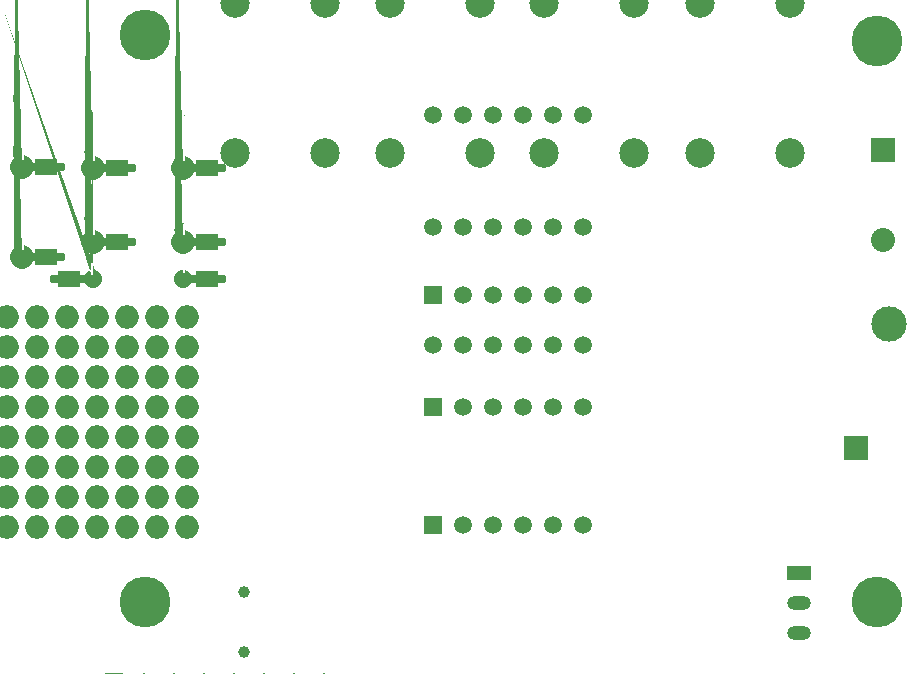
<source format=gbr>
%TF.GenerationSoftware,KiCad,Pcbnew,(6.0.0)*%
%TF.CreationDate,2022-11-14T00:42:39-08:00*%
%TF.ProjectId,digital_clock_v1,64696769-7461-46c5-9f63-6c6f636b5f76,rev?*%
%TF.SameCoordinates,Original*%
%TF.FileFunction,Soldermask,Bot*%
%TF.FilePolarity,Negative*%
%FSLAX46Y46*%
G04 Gerber Fmt 4.6, Leading zero omitted, Abs format (unit mm)*
G04 Created by KiCad (PCBNEW (6.0.0)) date 2022-11-14 00:42:39*
%MOMM*%
%LPD*%
G01*
G04 APERTURE LIST*
G04 Aperture macros list*
%AMFreePoly0*
4,1,54,0.201078,0.979575,0.387516,0.921863,0.559193,0.829038,0.709571,0.704634,0.832921,0.553392,0.924546,0.381070,0.947815,0.304000,1.093000,0.304000,1.093000,0.635000,1.107645,0.670355,1.143000,0.685000,2.921000,0.685000,2.956355,0.670355,2.971000,0.635000,2.971000,0.304000,3.556000,0.304000,3.591355,0.289355,3.606000,0.254000,3.606000,-0.254000,3.591355,-0.289355,
3.556000,-0.304000,2.971000,-0.304000,2.971000,-0.635000,2.956355,-0.670355,2.921000,-0.685000,1.143000,-0.685000,1.107645,-0.670355,1.093000,-0.635000,1.093000,-0.304000,0.947721,-0.304000,0.913545,-0.406737,0.817145,-0.576432,0.689620,-0.724172,0.535827,-0.844328,0.361625,-0.932324,0.173648,-0.984808,-0.020942,-0.999781,-0.214735,-0.976672,-0.400349,-0.916363,-0.570714,-0.821149,
-0.719340,-0.694658,-0.840567,-0.541708,-0.929776,-0.368125,-0.983571,-0.180519,-0.999903,0.013962,-0.978148,0.207912,-0.919135,0.393942,-0.825113,0.564967,-0.699663,0.714473,-0.547563,0.836764,-0.374607,0.927184,-0.187381,0.982287,0.006981,0.999976,0.201078,0.979575,0.201078,0.979575,$1*%
%AMFreePoly1*
4,1,51,0.174003,0.741867,0.334039,0.684881,0.477472,0.593856,0.597174,0.473315,0.687196,0.329249,0.743064,0.168820,0.762000,0.000000,0.761703,-0.021276,0.738060,-0.189502,0.677735,-0.348309,0.583726,-0.489804,0.460705,-0.606956,0.314786,-0.693941,0.153221,-0.746436,-0.015958,-0.761833,-0.184344,-0.739365,-0.343569,-0.680150,-0.485717,-0.587131,-0.603725,-0.464931,-0.691726,-0.319622,
-0.696923,-0.304000,-1.093000,-0.304000,-1.093000,-0.635000,-1.107645,-0.670355,-1.143000,-0.685000,-2.921000,-0.685000,-2.956355,-0.670355,-2.971000,-0.635000,-2.971000,-0.304000,-3.556000,-0.304000,-3.591355,-0.289355,-3.606000,-0.254000,-3.606000,0.254000,-3.591355,0.289355,-3.556000,0.304000,-2.971000,0.304000,-2.971000,0.635000,-2.956355,0.670355,-2.921000,0.685000,-1.143000,0.685000,
-1.107645,0.670355,-1.093000,0.635000,-1.093000,0.304000,-0.695203,0.304000,-0.682532,0.338812,-0.590508,0.481606,-0.469134,0.600464,-0.324444,0.689478,-0.163628,0.744224,0.005320,0.761981,0.174003,0.741867,0.174003,0.741867,$1*%
%AMFreePoly2*
4,1,50,0.174003,0.741867,0.334039,0.684881,0.477472,0.593856,0.597174,0.473315,0.687196,0.329249,0.695989,0.304000,1.093000,0.304000,1.093000,0.635000,1.107645,0.670355,1.143000,0.685000,2.921000,0.685000,2.956355,0.670355,2.971000,0.635000,2.971000,0.304000,3.556000,0.304000,3.591355,0.289355,3.606000,0.254000,3.606000,-0.254000,3.591355,-0.289355,3.556000,-0.304000,
2.971000,-0.304000,2.971000,-0.635000,2.956355,-0.670355,2.921000,-0.685000,1.143000,-0.685000,1.107645,-0.670355,1.093000,-0.635000,1.093000,-0.304000,0.694566,-0.304000,0.677735,-0.348309,0.583726,-0.489804,0.460705,-0.606956,0.314786,-0.693941,0.153221,-0.746436,-0.015958,-0.761833,-0.184344,-0.739365,-0.343569,-0.680150,-0.485717,-0.587131,-0.603725,-0.464931,-0.691726,-0.319622,
-0.745348,-0.158429,-0.761926,0.010639,-0.740634,0.179178,-0.682532,0.338812,-0.590508,0.481606,-0.469134,0.600464,-0.324444,0.689478,-0.163628,0.744224,0.005320,0.761981,0.174003,0.741867,0.174003,0.741867,$1*%
G04 Aperture macros list end*
%ADD10C,2.500000*%
%ADD11C,1.500000*%
%ADD12R,1.500000X1.500000*%
%ADD13O,2.000000X2.000000*%
%ADD14C,3.000000*%
%ADD15C,2.000000*%
%ADD16R,2.000000X2.100000*%
%ADD17O,2.700000X1.700000*%
%ADD18R,2.032000X2.032000*%
%ADD19C,2.032000*%
%ADD20R,1.200000X2.000000*%
%ADD21O,1.200000X2.000000*%
%ADD22C,4.300000*%
%ADD23FreePoly0,0.000000*%
%ADD24FreePoly0,180.000000*%
%ADD25FreePoly1,180.000000*%
%ADD26FreePoly2,180.000000*%
%ADD27C,1.000000*%
%ADD28O,2.000000X1.200000*%
%ADD29R,2.000000X1.200000*%
%ADD30FreePoly0,270.000000*%
%ADD31FreePoly0,90.000000*%
G04 APERTURE END LIST*
D10*
%TO.C,S4*%
X62992000Y-2286000D03*
X70612000Y-2286000D03*
X62992000Y-14986000D03*
X70612000Y-14986000D03*
%TD*%
%TO.C,S3*%
X49784000Y-2286000D03*
X57404000Y-2286000D03*
X49784000Y-14986000D03*
X57404000Y-14986000D03*
%TD*%
%TO.C,S2*%
X44323000Y-14986000D03*
X36703000Y-14986000D03*
X44323000Y-2286000D03*
X36703000Y-2286000D03*
%TD*%
%TO.C,S1*%
X31242000Y-14986000D03*
X23622000Y-14986000D03*
X31242000Y-2286000D03*
X23622000Y-2286000D03*
%TD*%
D11*
%TO.C,Upsidedown1*%
X40400000Y-31260000D03*
X42940000Y-31260000D03*
X45480000Y-31260000D03*
X48020000Y-31260000D03*
X50560000Y-31260000D03*
X53100000Y-31260000D03*
X53100000Y-46500000D03*
X50560000Y-46500000D03*
X48020000Y-46500000D03*
X45480000Y-46500000D03*
X42940000Y-46500000D03*
D12*
X40400000Y-46500000D03*
%TD*%
D13*
%TO.C,U6*%
X19554600Y-28840000D03*
X19567300Y-31380000D03*
X19554600Y-33920000D03*
X19567300Y-36460000D03*
X19580000Y-39000000D03*
X19567300Y-41540000D03*
X19554600Y-44080000D03*
X19567300Y-46620000D03*
X17014600Y-28840000D03*
X17027300Y-31380000D03*
X17014600Y-33920000D03*
X17027300Y-36460000D03*
X17040000Y-39000000D03*
X17027300Y-41540000D03*
X17014600Y-44080000D03*
X17027300Y-46620000D03*
X14474600Y-28840000D03*
X14487300Y-31380000D03*
X14474600Y-33920000D03*
X14487300Y-36460000D03*
X14500000Y-39000000D03*
X14487300Y-41540000D03*
X14474600Y-44080000D03*
X14487300Y-46620000D03*
X11934600Y-28840000D03*
X11947300Y-31380000D03*
X11934600Y-33920000D03*
X11947300Y-36460000D03*
X11960000Y-39000000D03*
X11947300Y-41540000D03*
X11934600Y-44080000D03*
X11947300Y-46620000D03*
X9394600Y-28840000D03*
X9407300Y-31380000D03*
X9394600Y-33920000D03*
X9407300Y-36460000D03*
X9420000Y-39000000D03*
X9407300Y-41540000D03*
X9394600Y-44080000D03*
X9407300Y-46620000D03*
X6854600Y-28840000D03*
X6867300Y-31380000D03*
X6854600Y-33920000D03*
X6867300Y-36460000D03*
X6880000Y-39000000D03*
X6867300Y-41540000D03*
X6854600Y-44080000D03*
X6867300Y-46620000D03*
X4314600Y-28840000D03*
X4327300Y-31380000D03*
X4314600Y-33920000D03*
X4327300Y-36460000D03*
X4340000Y-39000000D03*
X4327300Y-41540000D03*
X4314600Y-44080000D03*
X4327300Y-46620000D03*
X1774600Y-28840000D03*
X1787300Y-31380000D03*
X1774600Y-33920000D03*
X1787300Y-36460000D03*
X1800000Y-39000000D03*
X1787300Y-41540000D03*
X1774600Y-44080000D03*
X1787300Y-46620000D03*
%TD*%
D12*
%TO.C,U5*%
X40400000Y-27000000D03*
D11*
X42940000Y-27000000D03*
X45480000Y-27000000D03*
X48020000Y-27000000D03*
X50560000Y-27000000D03*
X53100000Y-27000000D03*
X53100000Y-11760000D03*
X50560000Y-11760000D03*
X48020000Y-11760000D03*
X45480000Y-11760000D03*
X42940000Y-11760000D03*
X40400000Y-11760000D03*
%TD*%
D14*
%TO.C,S9*%
X79000000Y-29500000D03*
X84000000Y-29500000D03*
X89000000Y-29500000D03*
D15*
X84000000Y-40000000D03*
D16*
X76200000Y-40000000D03*
X91800000Y-40000000D03*
%TD*%
D17*
%TO.C,J1*%
X91650000Y-15850000D03*
X87139280Y-23150000D03*
X87139280Y-15850000D03*
X91650000Y-23150000D03*
%TD*%
D18*
%TO.C,BZ1*%
X78500000Y-14690000D03*
D19*
X78500000Y-22310000D03*
%TD*%
D12*
%TO.C,T2*%
X13360000Y-59750000D03*
D11*
X15900000Y-59750000D03*
X18440000Y-59750000D03*
X20980000Y-59750000D03*
X23520000Y-59750000D03*
X26060000Y-59750000D03*
X28600000Y-59750000D03*
X31140000Y-59750000D03*
%TD*%
D20*
%TO.C,T3*%
X89154000Y-25781000D03*
D21*
X86614000Y-25781000D03*
X84074000Y-25781000D03*
%TD*%
D22*
%TO.C,H1*%
X16000000Y-53000000D03*
%TD*%
%TO.C,H2*%
X16000000Y-5000000D03*
%TD*%
%TO.C,H3*%
X78000000Y-53000000D03*
%TD*%
D23*
%TO.C,C3*%
X11634600Y-16242800D03*
D24*
X19254600Y-16242800D03*
%TD*%
%TO.C,C4*%
X19254600Y-22479000D03*
D23*
X11634600Y-22479000D03*
%TD*%
D25*
%TO.C,D1*%
X11557000Y-25654000D03*
D26*
X19177000Y-25654000D03*
%TD*%
D27*
%TO.C,Y2*%
X24407200Y-52156000D03*
X24407200Y-57236000D03*
%TD*%
D28*
%TO.C,T1*%
X71374000Y-55652500D03*
X71374000Y-53112500D03*
D29*
X71374000Y-50572500D03*
%TD*%
D30*
%TO.C,C2*%
X5589400Y-16141200D03*
D31*
X5589400Y-23761200D03*
%TD*%
D22*
%TO.C,H4*%
X78000000Y-5500000D03*
%TD*%
D12*
%TO.C,U3*%
X40400000Y-36500000D03*
D11*
X42940000Y-36500000D03*
X45480000Y-36500000D03*
X48020000Y-36500000D03*
X50560000Y-36500000D03*
X53100000Y-36500000D03*
X53100000Y-21260000D03*
X50560000Y-21260000D03*
X48020000Y-21260000D03*
X45480000Y-21260000D03*
X42940000Y-21260000D03*
X40400000Y-21260000D03*
%TD*%
M02*

</source>
